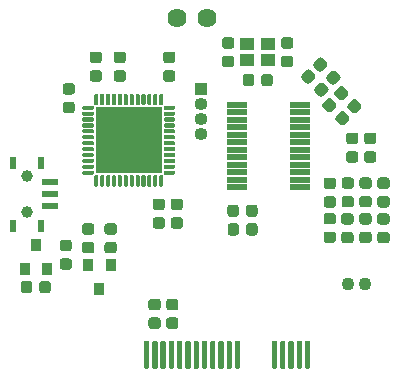
<source format=gbr>
%TF.GenerationSoftware,KiCad,Pcbnew,(5.1.6)-1*%
%TF.CreationDate,2020-12-07T17:57:15+08:00*%
%TF.ProjectId,A1.0,41312e30-2e6b-4696-9361-645f70636258,rev?*%
%TF.SameCoordinates,Original*%
%TF.FileFunction,Soldermask,Top*%
%TF.FilePolarity,Negative*%
%FSLAX46Y46*%
G04 Gerber Fmt 4.6, Leading zero omitted, Abs format (unit mm)*
G04 Created by KiCad (PCBNEW (5.1.6)-1) date 2020-12-07 17:57:15*
%MOMM*%
%LPD*%
G01*
G04 APERTURE LIST*
%ADD10R,1.250000X1.100000*%
%ADD11R,1.700000X0.510000*%
%ADD12C,1.000000*%
%ADD13R,0.600000X1.100000*%
%ADD14R,1.400000X0.600000*%
%ADD15C,1.100000*%
%ADD16R,0.900000X1.000000*%
%ADD17R,5.700000X5.700000*%
%ADD18O,1.100000X1.100000*%
%ADD19R,1.100000X1.100000*%
%ADD20C,1.624000*%
G04 APERTURE END LIST*
%TO.C,C23*%
G36*
G01*
X40372741Y-18892994D02*
X39974993Y-19290741D01*
G75*
G02*
X39630279Y-19290741I-172357J172357D01*
G01*
X39285565Y-18946027D01*
G75*
G02*
X39285565Y-18601313I172357J172357D01*
G01*
X39683313Y-18203565D01*
G75*
G02*
X40028027Y-18203565I172357J-172357D01*
G01*
X40372741Y-18548279D01*
G75*
G02*
X40372741Y-18892993I-172357J-172357D01*
G01*
G37*
G36*
G01*
X41486435Y-20006688D02*
X41088687Y-20404435D01*
G75*
G02*
X40743973Y-20404435I-172357J172357D01*
G01*
X40399259Y-20059721D01*
G75*
G02*
X40399259Y-19715007I172357J172357D01*
G01*
X40797007Y-19317259D01*
G75*
G02*
X41141721Y-19317259I172357J-172357D01*
G01*
X41486435Y-19661973D01*
G75*
G02*
X41486435Y-20006687I-172357J-172357D01*
G01*
G37*
%TD*%
%TO.C,J4*%
G36*
G01*
X38855500Y-43378500D02*
X38855500Y-41203500D01*
G75*
G02*
X38968000Y-41091000I112500J0D01*
G01*
X39193000Y-41091000D01*
G75*
G02*
X39305500Y-41203500I0J-112500D01*
G01*
X39305500Y-43378500D01*
G75*
G02*
X39193000Y-43491000I-112500J0D01*
G01*
X38968000Y-43491000D01*
G75*
G02*
X38855500Y-43378500I0J112500D01*
G01*
G37*
G36*
G01*
X38155500Y-43378500D02*
X38155500Y-41203500D01*
G75*
G02*
X38268000Y-41091000I112500J0D01*
G01*
X38493000Y-41091000D01*
G75*
G02*
X38605500Y-41203500I0J-112500D01*
G01*
X38605500Y-43378500D01*
G75*
G02*
X38493000Y-43491000I-112500J0D01*
G01*
X38268000Y-43491000D01*
G75*
G02*
X38155500Y-43378500I0J112500D01*
G01*
G37*
G36*
G01*
X37455500Y-43378500D02*
X37455500Y-41203500D01*
G75*
G02*
X37568000Y-41091000I112500J0D01*
G01*
X37793000Y-41091000D01*
G75*
G02*
X37905500Y-41203500I0J-112500D01*
G01*
X37905500Y-43378500D01*
G75*
G02*
X37793000Y-43491000I-112500J0D01*
G01*
X37568000Y-43491000D01*
G75*
G02*
X37455500Y-43378500I0J112500D01*
G01*
G37*
G36*
G01*
X39555500Y-43378500D02*
X39555500Y-41203500D01*
G75*
G02*
X39668000Y-41091000I112500J0D01*
G01*
X39893000Y-41091000D01*
G75*
G02*
X40005500Y-41203500I0J-112500D01*
G01*
X40005500Y-43378500D01*
G75*
G02*
X39893000Y-43491000I-112500J0D01*
G01*
X39668000Y-43491000D01*
G75*
G02*
X39555500Y-43378500I0J112500D01*
G01*
G37*
G36*
G01*
X36755500Y-43378500D02*
X36755500Y-41203500D01*
G75*
G02*
X36868000Y-41091000I112500J0D01*
G01*
X37093000Y-41091000D01*
G75*
G02*
X37205500Y-41203500I0J-112500D01*
G01*
X37205500Y-43378500D01*
G75*
G02*
X37093000Y-43491000I-112500J0D01*
G01*
X36868000Y-43491000D01*
G75*
G02*
X36755500Y-43378500I0J112500D01*
G01*
G37*
%TD*%
%TO.C,J1*%
G36*
G01*
X33625000Y-43387500D02*
X33625000Y-41212500D01*
G75*
G02*
X33737500Y-41100000I112500J0D01*
G01*
X33962500Y-41100000D01*
G75*
G02*
X34075000Y-41212500I0J-112500D01*
G01*
X34075000Y-43387500D01*
G75*
G02*
X33962500Y-43500000I-112500J0D01*
G01*
X33737500Y-43500000D01*
G75*
G02*
X33625000Y-43387500I0J112500D01*
G01*
G37*
G36*
G01*
X32925000Y-43387500D02*
X32925000Y-41212500D01*
G75*
G02*
X33037500Y-41100000I112500J0D01*
G01*
X33262500Y-41100000D01*
G75*
G02*
X33375000Y-41212500I0J-112500D01*
G01*
X33375000Y-43387500D01*
G75*
G02*
X33262500Y-43500000I-112500J0D01*
G01*
X33037500Y-43500000D01*
G75*
G02*
X32925000Y-43387500I0J112500D01*
G01*
G37*
G36*
G01*
X32225000Y-43387500D02*
X32225000Y-41212500D01*
G75*
G02*
X32337500Y-41100000I112500J0D01*
G01*
X32562500Y-41100000D01*
G75*
G02*
X32675000Y-41212500I0J-112500D01*
G01*
X32675000Y-43387500D01*
G75*
G02*
X32562500Y-43500000I-112500J0D01*
G01*
X32337500Y-43500000D01*
G75*
G02*
X32225000Y-43387500I0J112500D01*
G01*
G37*
G36*
G01*
X31525000Y-43387500D02*
X31525000Y-41212500D01*
G75*
G02*
X31637500Y-41100000I112500J0D01*
G01*
X31862500Y-41100000D01*
G75*
G02*
X31975000Y-41212500I0J-112500D01*
G01*
X31975000Y-43387500D01*
G75*
G02*
X31862500Y-43500000I-112500J0D01*
G01*
X31637500Y-43500000D01*
G75*
G02*
X31525000Y-43387500I0J112500D01*
G01*
G37*
G36*
G01*
X30825000Y-43387500D02*
X30825000Y-41212500D01*
G75*
G02*
X30937500Y-41100000I112500J0D01*
G01*
X31162500Y-41100000D01*
G75*
G02*
X31275000Y-41212500I0J-112500D01*
G01*
X31275000Y-43387500D01*
G75*
G02*
X31162500Y-43500000I-112500J0D01*
G01*
X30937500Y-43500000D01*
G75*
G02*
X30825000Y-43387500I0J112500D01*
G01*
G37*
G36*
G01*
X25925000Y-43387500D02*
X25925000Y-41212500D01*
G75*
G02*
X26037500Y-41100000I112500J0D01*
G01*
X26262500Y-41100000D01*
G75*
G02*
X26375000Y-41212500I0J-112500D01*
G01*
X26375000Y-43387500D01*
G75*
G02*
X26262500Y-43500000I-112500J0D01*
G01*
X26037500Y-43500000D01*
G75*
G02*
X25925000Y-43387500I0J112500D01*
G01*
G37*
G36*
G01*
X26625000Y-43387500D02*
X26625000Y-41212500D01*
G75*
G02*
X26737500Y-41100000I112500J0D01*
G01*
X26962500Y-41100000D01*
G75*
G02*
X27075000Y-41212500I0J-112500D01*
G01*
X27075000Y-43387500D01*
G75*
G02*
X26962500Y-43500000I-112500J0D01*
G01*
X26737500Y-43500000D01*
G75*
G02*
X26625000Y-43387500I0J112500D01*
G01*
G37*
G36*
G01*
X27325000Y-43387500D02*
X27325000Y-41212500D01*
G75*
G02*
X27437500Y-41100000I112500J0D01*
G01*
X27662500Y-41100000D01*
G75*
G02*
X27775000Y-41212500I0J-112500D01*
G01*
X27775000Y-43387500D01*
G75*
G02*
X27662500Y-43500000I-112500J0D01*
G01*
X27437500Y-43500000D01*
G75*
G02*
X27325000Y-43387500I0J112500D01*
G01*
G37*
G36*
G01*
X28025000Y-43387500D02*
X28025000Y-41212500D01*
G75*
G02*
X28137500Y-41100000I112500J0D01*
G01*
X28362500Y-41100000D01*
G75*
G02*
X28475000Y-41212500I0J-112500D01*
G01*
X28475000Y-43387500D01*
G75*
G02*
X28362500Y-43500000I-112500J0D01*
G01*
X28137500Y-43500000D01*
G75*
G02*
X28025000Y-43387500I0J112500D01*
G01*
G37*
G36*
G01*
X28725000Y-43387500D02*
X28725000Y-41212500D01*
G75*
G02*
X28837500Y-41100000I112500J0D01*
G01*
X29062500Y-41100000D01*
G75*
G02*
X29175000Y-41212500I0J-112500D01*
G01*
X29175000Y-43387500D01*
G75*
G02*
X29062500Y-43500000I-112500J0D01*
G01*
X28837500Y-43500000D01*
G75*
G02*
X28725000Y-43387500I0J112500D01*
G01*
G37*
G36*
G01*
X30125000Y-43387500D02*
X30125000Y-41212500D01*
G75*
G02*
X30237500Y-41100000I112500J0D01*
G01*
X30462500Y-41100000D01*
G75*
G02*
X30575000Y-41212500I0J-112500D01*
G01*
X30575000Y-43387500D01*
G75*
G02*
X30462500Y-43500000I-112500J0D01*
G01*
X30237500Y-43500000D01*
G75*
G02*
X30125000Y-43387500I0J112500D01*
G01*
G37*
G36*
G01*
X29425000Y-43387500D02*
X29425000Y-41212500D01*
G75*
G02*
X29537500Y-41100000I112500J0D01*
G01*
X29762500Y-41100000D01*
G75*
G02*
X29875000Y-41212500I0J-112500D01*
G01*
X29875000Y-43387500D01*
G75*
G02*
X29762500Y-43500000I-112500J0D01*
G01*
X29537500Y-43500000D01*
G75*
G02*
X29425000Y-43387500I0J112500D01*
G01*
G37*
%TD*%
D10*
%TO.C,Y1*%
X34679000Y-15980000D03*
X36429000Y-15980000D03*
X36429000Y-17380000D03*
X34679000Y-17380000D03*
%TD*%
D11*
%TO.C,U3*%
X39103300Y-21145500D03*
X39103300Y-21780500D03*
X39103300Y-22415500D03*
X39103300Y-23050500D03*
X39103300Y-26225500D03*
X39103300Y-26860500D03*
X39103300Y-27495500D03*
X39103300Y-28130500D03*
X33794700Y-28130500D03*
X33794700Y-27495500D03*
X33794700Y-26860500D03*
X33794700Y-26225500D03*
X33794700Y-23050500D03*
X33794700Y-22415500D03*
X33794700Y-21780500D03*
X33794700Y-21145500D03*
X33794700Y-23685500D03*
X33794700Y-24320500D03*
X39103300Y-24320500D03*
X39103300Y-23685500D03*
X33794700Y-24955500D03*
X33794700Y-25590500D03*
X39103300Y-24955500D03*
X39103300Y-25590500D03*
%TD*%
D12*
%TO.C,SW1*%
X16033500Y-30202000D03*
X16033500Y-27202000D03*
D13*
X14859000Y-31369000D03*
X14858500Y-26035000D03*
X17208500Y-31369000D03*
X17208500Y-26035000D03*
D14*
X17970500Y-27702000D03*
X17970500Y-29702000D03*
X17970500Y-28702000D03*
%TD*%
%TO.C,R8*%
G36*
G01*
X43427250Y-31284000D02*
X42864750Y-31284000D01*
G75*
G02*
X42621000Y-31040250I0J243750D01*
G01*
X42621000Y-30552750D01*
G75*
G02*
X42864750Y-30309000I243750J0D01*
G01*
X43427250Y-30309000D01*
G75*
G02*
X43671000Y-30552750I0J-243750D01*
G01*
X43671000Y-31040250D01*
G75*
G02*
X43427250Y-31284000I-243750J0D01*
G01*
G37*
G36*
G01*
X43427250Y-32859000D02*
X42864750Y-32859000D01*
G75*
G02*
X42621000Y-32615250I0J243750D01*
G01*
X42621000Y-32127750D01*
G75*
G02*
X42864750Y-31884000I243750J0D01*
G01*
X43427250Y-31884000D01*
G75*
G02*
X43671000Y-32127750I0J-243750D01*
G01*
X43671000Y-32615250D01*
G75*
G02*
X43427250Y-32859000I-243750J0D01*
G01*
G37*
%TD*%
%TO.C,R7*%
G36*
G01*
X44967250Y-28244000D02*
X44404750Y-28244000D01*
G75*
G02*
X44161000Y-28000250I0J243750D01*
G01*
X44161000Y-27512750D01*
G75*
G02*
X44404750Y-27269000I243750J0D01*
G01*
X44967250Y-27269000D01*
G75*
G02*
X45211000Y-27512750I0J-243750D01*
G01*
X45211000Y-28000250D01*
G75*
G02*
X44967250Y-28244000I-243750J0D01*
G01*
G37*
G36*
G01*
X44967250Y-29819000D02*
X44404750Y-29819000D01*
G75*
G02*
X44161000Y-29575250I0J243750D01*
G01*
X44161000Y-29087750D01*
G75*
G02*
X44404750Y-28844000I243750J0D01*
G01*
X44967250Y-28844000D01*
G75*
G02*
X45211000Y-29087750I0J-243750D01*
G01*
X45211000Y-29575250D01*
G75*
G02*
X44967250Y-29819000I-243750J0D01*
G01*
G37*
%TD*%
%TO.C,R6*%
G36*
G01*
X45914750Y-31884000D02*
X46477250Y-31884000D01*
G75*
G02*
X46721000Y-32127750I0J-243750D01*
G01*
X46721000Y-32615250D01*
G75*
G02*
X46477250Y-32859000I-243750J0D01*
G01*
X45914750Y-32859000D01*
G75*
G02*
X45671000Y-32615250I0J243750D01*
G01*
X45671000Y-32127750D01*
G75*
G02*
X45914750Y-31884000I243750J0D01*
G01*
G37*
G36*
G01*
X45914750Y-30309000D02*
X46477250Y-30309000D01*
G75*
G02*
X46721000Y-30552750I0J-243750D01*
G01*
X46721000Y-31040250D01*
G75*
G02*
X46477250Y-31284000I-243750J0D01*
G01*
X45914750Y-31284000D01*
G75*
G02*
X45671000Y-31040250I0J243750D01*
G01*
X45671000Y-30552750D01*
G75*
G02*
X45914750Y-30309000I243750J0D01*
G01*
G37*
%TD*%
%TO.C,R5*%
G36*
G01*
X35860000Y-19331250D02*
X35860000Y-18768750D01*
G75*
G02*
X36103750Y-18525000I243750J0D01*
G01*
X36591250Y-18525000D01*
G75*
G02*
X36835000Y-18768750I0J-243750D01*
G01*
X36835000Y-19331250D01*
G75*
G02*
X36591250Y-19575000I-243750J0D01*
G01*
X36103750Y-19575000D01*
G75*
G02*
X35860000Y-19331250I0J243750D01*
G01*
G37*
G36*
G01*
X34285000Y-19331250D02*
X34285000Y-18768750D01*
G75*
G02*
X34528750Y-18525000I243750J0D01*
G01*
X35016250Y-18525000D01*
G75*
G02*
X35260000Y-18768750I0J-243750D01*
G01*
X35260000Y-19331250D01*
G75*
G02*
X35016250Y-19575000I-243750J0D01*
G01*
X34528750Y-19575000D01*
G75*
G02*
X34285000Y-19331250I0J243750D01*
G01*
G37*
%TD*%
D15*
%TO.C,MK1*%
X44642000Y-36264000D03*
X43242000Y-36264000D03*
%TD*%
%TO.C,C22*%
G36*
G01*
X41388741Y-17876994D02*
X40990993Y-18274741D01*
G75*
G02*
X40646279Y-18274741I-172357J172357D01*
G01*
X40301565Y-17930027D01*
G75*
G02*
X40301565Y-17585313I172357J172357D01*
G01*
X40699313Y-17187565D01*
G75*
G02*
X41044027Y-17187565I172357J-172357D01*
G01*
X41388741Y-17532279D01*
G75*
G02*
X41388741Y-17876993I-172357J-172357D01*
G01*
G37*
G36*
G01*
X42502435Y-18990688D02*
X42104687Y-19388435D01*
G75*
G02*
X41759973Y-19388435I-172357J172357D01*
G01*
X41415259Y-19043721D01*
G75*
G02*
X41415259Y-18699007I172357J172357D01*
G01*
X41813007Y-18301259D01*
G75*
G02*
X42157721Y-18301259I172357J-172357D01*
G01*
X42502435Y-18645973D01*
G75*
G02*
X42502435Y-18990687I-172357J-172357D01*
G01*
G37*
%TD*%
%TO.C,C21*%
G36*
G01*
X42150741Y-21305994D02*
X41752993Y-21703741D01*
G75*
G02*
X41408279Y-21703741I-172357J172357D01*
G01*
X41063565Y-21359027D01*
G75*
G02*
X41063565Y-21014313I172357J172357D01*
G01*
X41461313Y-20616565D01*
G75*
G02*
X41806027Y-20616565I172357J-172357D01*
G01*
X42150741Y-20961279D01*
G75*
G02*
X42150741Y-21305993I-172357J-172357D01*
G01*
G37*
G36*
G01*
X43264435Y-22419688D02*
X42866687Y-22817435D01*
G75*
G02*
X42521973Y-22817435I-172357J172357D01*
G01*
X42177259Y-22472721D01*
G75*
G02*
X42177259Y-22128007I172357J172357D01*
G01*
X42575007Y-21730259D01*
G75*
G02*
X42919721Y-21730259I172357J-172357D01*
G01*
X43264435Y-22074973D01*
G75*
G02*
X43264435Y-22419687I-172357J-172357D01*
G01*
G37*
%TD*%
%TO.C,C20*%
G36*
G01*
X41374750Y-31864000D02*
X41937250Y-31864000D01*
G75*
G02*
X42181000Y-32107750I0J-243750D01*
G01*
X42181000Y-32595250D01*
G75*
G02*
X41937250Y-32839000I-243750J0D01*
G01*
X41374750Y-32839000D01*
G75*
G02*
X41131000Y-32595250I0J243750D01*
G01*
X41131000Y-32107750D01*
G75*
G02*
X41374750Y-31864000I243750J0D01*
G01*
G37*
G36*
G01*
X41374750Y-30289000D02*
X41937250Y-30289000D01*
G75*
G02*
X42181000Y-30532750I0J-243750D01*
G01*
X42181000Y-31020250D01*
G75*
G02*
X41937250Y-31264000I-243750J0D01*
G01*
X41374750Y-31264000D01*
G75*
G02*
X41131000Y-31020250I0J243750D01*
G01*
X41131000Y-30532750D01*
G75*
G02*
X41374750Y-30289000I243750J0D01*
G01*
G37*
%TD*%
%TO.C,C19*%
G36*
G01*
X43166741Y-20289994D02*
X42768993Y-20687741D01*
G75*
G02*
X42424279Y-20687741I-172357J172357D01*
G01*
X42079565Y-20343027D01*
G75*
G02*
X42079565Y-19998313I172357J172357D01*
G01*
X42477313Y-19600565D01*
G75*
G02*
X42822027Y-19600565I172357J-172357D01*
G01*
X43166741Y-19945279D01*
G75*
G02*
X43166741Y-20289993I-172357J-172357D01*
G01*
G37*
G36*
G01*
X44280435Y-21403688D02*
X43882687Y-21801435D01*
G75*
G02*
X43537973Y-21801435I-172357J172357D01*
G01*
X43193259Y-21456721D01*
G75*
G02*
X43193259Y-21112007I172357J172357D01*
G01*
X43591007Y-20714259D01*
G75*
G02*
X43935721Y-20714259I172357J-172357D01*
G01*
X44280435Y-21058973D01*
G75*
G02*
X44280435Y-21403687I-172357J-172357D01*
G01*
G37*
%TD*%
%TO.C,C18*%
G36*
G01*
X44394750Y-31874000D02*
X44957250Y-31874000D01*
G75*
G02*
X45201000Y-32117750I0J-243750D01*
G01*
X45201000Y-32605250D01*
G75*
G02*
X44957250Y-32849000I-243750J0D01*
G01*
X44394750Y-32849000D01*
G75*
G02*
X44151000Y-32605250I0J243750D01*
G01*
X44151000Y-32117750D01*
G75*
G02*
X44394750Y-31874000I243750J0D01*
G01*
G37*
G36*
G01*
X44394750Y-30299000D02*
X44957250Y-30299000D01*
G75*
G02*
X45201000Y-30542750I0J-243750D01*
G01*
X45201000Y-31030250D01*
G75*
G02*
X44957250Y-31274000I-243750J0D01*
G01*
X44394750Y-31274000D01*
G75*
G02*
X44151000Y-31030250I0J243750D01*
G01*
X44151000Y-30542750D01*
G75*
G02*
X44394750Y-30299000I243750J0D01*
G01*
G37*
%TD*%
%TO.C,C17*%
G36*
G01*
X45366250Y-24465000D02*
X44803750Y-24465000D01*
G75*
G02*
X44560000Y-24221250I0J243750D01*
G01*
X44560000Y-23733750D01*
G75*
G02*
X44803750Y-23490000I243750J0D01*
G01*
X45366250Y-23490000D01*
G75*
G02*
X45610000Y-23733750I0J-243750D01*
G01*
X45610000Y-24221250D01*
G75*
G02*
X45366250Y-24465000I-243750J0D01*
G01*
G37*
G36*
G01*
X45366250Y-26040000D02*
X44803750Y-26040000D01*
G75*
G02*
X44560000Y-25796250I0J243750D01*
G01*
X44560000Y-25308750D01*
G75*
G02*
X44803750Y-25065000I243750J0D01*
G01*
X45366250Y-25065000D01*
G75*
G02*
X45610000Y-25308750I0J-243750D01*
G01*
X45610000Y-25796250D01*
G75*
G02*
X45366250Y-26040000I-243750J0D01*
G01*
G37*
%TD*%
%TO.C,C16*%
G36*
G01*
X32772750Y-16980000D02*
X33335250Y-16980000D01*
G75*
G02*
X33579000Y-17223750I0J-243750D01*
G01*
X33579000Y-17711250D01*
G75*
G02*
X33335250Y-17955000I-243750J0D01*
G01*
X32772750Y-17955000D01*
G75*
G02*
X32529000Y-17711250I0J243750D01*
G01*
X32529000Y-17223750D01*
G75*
G02*
X32772750Y-16980000I243750J0D01*
G01*
G37*
G36*
G01*
X32772750Y-15405000D02*
X33335250Y-15405000D01*
G75*
G02*
X33579000Y-15648750I0J-243750D01*
G01*
X33579000Y-16136250D01*
G75*
G02*
X33335250Y-16380000I-243750J0D01*
G01*
X32772750Y-16380000D01*
G75*
G02*
X32529000Y-16136250I0J243750D01*
G01*
X32529000Y-15648750D01*
G75*
G02*
X32772750Y-15405000I243750J0D01*
G01*
G37*
%TD*%
%TO.C,C15*%
G36*
G01*
X38335250Y-16380000D02*
X37772750Y-16380000D01*
G75*
G02*
X37529000Y-16136250I0J243750D01*
G01*
X37529000Y-15648750D01*
G75*
G02*
X37772750Y-15405000I243750J0D01*
G01*
X38335250Y-15405000D01*
G75*
G02*
X38579000Y-15648750I0J-243750D01*
G01*
X38579000Y-16136250D01*
G75*
G02*
X38335250Y-16380000I-243750J0D01*
G01*
G37*
G36*
G01*
X38335250Y-17955000D02*
X37772750Y-17955000D01*
G75*
G02*
X37529000Y-17711250I0J243750D01*
G01*
X37529000Y-17223750D01*
G75*
G02*
X37772750Y-16980000I243750J0D01*
G01*
X38335250Y-16980000D01*
G75*
G02*
X38579000Y-17223750I0J-243750D01*
G01*
X38579000Y-17711250D01*
G75*
G02*
X38335250Y-17955000I-243750J0D01*
G01*
G37*
%TD*%
%TO.C,C14*%
G36*
G01*
X43842250Y-24465000D02*
X43279750Y-24465000D01*
G75*
G02*
X43036000Y-24221250I0J243750D01*
G01*
X43036000Y-23733750D01*
G75*
G02*
X43279750Y-23490000I243750J0D01*
G01*
X43842250Y-23490000D01*
G75*
G02*
X44086000Y-23733750I0J-243750D01*
G01*
X44086000Y-24221250D01*
G75*
G02*
X43842250Y-24465000I-243750J0D01*
G01*
G37*
G36*
G01*
X43842250Y-26040000D02*
X43279750Y-26040000D01*
G75*
G02*
X43036000Y-25796250I0J243750D01*
G01*
X43036000Y-25308750D01*
G75*
G02*
X43279750Y-25065000I243750J0D01*
G01*
X43842250Y-25065000D01*
G75*
G02*
X44086000Y-25308750I0J-243750D01*
G01*
X44086000Y-25796250D01*
G75*
G02*
X43842250Y-26040000I-243750J0D01*
G01*
G37*
%TD*%
%TO.C,C13*%
G36*
G01*
X42898750Y-28849500D02*
X43461250Y-28849500D01*
G75*
G02*
X43705000Y-29093250I0J-243750D01*
G01*
X43705000Y-29580750D01*
G75*
G02*
X43461250Y-29824500I-243750J0D01*
G01*
X42898750Y-29824500D01*
G75*
G02*
X42655000Y-29580750I0J243750D01*
G01*
X42655000Y-29093250D01*
G75*
G02*
X42898750Y-28849500I243750J0D01*
G01*
G37*
G36*
G01*
X42898750Y-27274500D02*
X43461250Y-27274500D01*
G75*
G02*
X43705000Y-27518250I0J-243750D01*
G01*
X43705000Y-28005750D01*
G75*
G02*
X43461250Y-28249500I-243750J0D01*
G01*
X42898750Y-28249500D01*
G75*
G02*
X42655000Y-28005750I0J243750D01*
G01*
X42655000Y-27518250D01*
G75*
G02*
X42898750Y-27274500I243750J0D01*
G01*
G37*
%TD*%
%TO.C,C12*%
G36*
G01*
X41374750Y-28875000D02*
X41937250Y-28875000D01*
G75*
G02*
X42181000Y-29118750I0J-243750D01*
G01*
X42181000Y-29606250D01*
G75*
G02*
X41937250Y-29850000I-243750J0D01*
G01*
X41374750Y-29850000D01*
G75*
G02*
X41131000Y-29606250I0J243750D01*
G01*
X41131000Y-29118750D01*
G75*
G02*
X41374750Y-28875000I243750J0D01*
G01*
G37*
G36*
G01*
X41374750Y-27300000D02*
X41937250Y-27300000D01*
G75*
G02*
X42181000Y-27543750I0J-243750D01*
G01*
X42181000Y-28031250D01*
G75*
G02*
X41937250Y-28275000I-243750J0D01*
G01*
X41374750Y-28275000D01*
G75*
G02*
X41131000Y-28031250I0J243750D01*
G01*
X41131000Y-27543750D01*
G75*
G02*
X41374750Y-27300000I243750J0D01*
G01*
G37*
%TD*%
%TO.C,C11*%
G36*
G01*
X46487250Y-28254000D02*
X45924750Y-28254000D01*
G75*
G02*
X45681000Y-28010250I0J243750D01*
G01*
X45681000Y-27522750D01*
G75*
G02*
X45924750Y-27279000I243750J0D01*
G01*
X46487250Y-27279000D01*
G75*
G02*
X46731000Y-27522750I0J-243750D01*
G01*
X46731000Y-28010250D01*
G75*
G02*
X46487250Y-28254000I-243750J0D01*
G01*
G37*
G36*
G01*
X46487250Y-29829000D02*
X45924750Y-29829000D01*
G75*
G02*
X45681000Y-29585250I0J243750D01*
G01*
X45681000Y-29097750D01*
G75*
G02*
X45924750Y-28854000I243750J0D01*
G01*
X46487250Y-28854000D01*
G75*
G02*
X46731000Y-29097750I0J-243750D01*
G01*
X46731000Y-29585250D01*
G75*
G02*
X46487250Y-29829000I-243750J0D01*
G01*
G37*
%TD*%
%TO.C,C10*%
G36*
G01*
X34573000Y-31960250D02*
X34573000Y-31397750D01*
G75*
G02*
X34816750Y-31154000I243750J0D01*
G01*
X35304250Y-31154000D01*
G75*
G02*
X35548000Y-31397750I0J-243750D01*
G01*
X35548000Y-31960250D01*
G75*
G02*
X35304250Y-32204000I-243750J0D01*
G01*
X34816750Y-32204000D01*
G75*
G02*
X34573000Y-31960250I0J243750D01*
G01*
G37*
G36*
G01*
X32998000Y-31960250D02*
X32998000Y-31397750D01*
G75*
G02*
X33241750Y-31154000I243750J0D01*
G01*
X33729250Y-31154000D01*
G75*
G02*
X33973000Y-31397750I0J-243750D01*
G01*
X33973000Y-31960250D01*
G75*
G02*
X33729250Y-32204000I-243750J0D01*
G01*
X33241750Y-32204000D01*
G75*
G02*
X32998000Y-31960250I0J243750D01*
G01*
G37*
%TD*%
%TO.C,C9*%
G36*
G01*
X34563000Y-30390250D02*
X34563000Y-29827750D01*
G75*
G02*
X34806750Y-29584000I243750J0D01*
G01*
X35294250Y-29584000D01*
G75*
G02*
X35538000Y-29827750I0J-243750D01*
G01*
X35538000Y-30390250D01*
G75*
G02*
X35294250Y-30634000I-243750J0D01*
G01*
X34806750Y-30634000D01*
G75*
G02*
X34563000Y-30390250I0J243750D01*
G01*
G37*
G36*
G01*
X32988000Y-30390250D02*
X32988000Y-29827750D01*
G75*
G02*
X33231750Y-29584000I243750J0D01*
G01*
X33719250Y-29584000D01*
G75*
G02*
X33963000Y-29827750I0J-243750D01*
G01*
X33963000Y-30390250D01*
G75*
G02*
X33719250Y-30634000I-243750J0D01*
G01*
X33231750Y-30634000D01*
G75*
G02*
X32988000Y-30390250I0J243750D01*
G01*
G37*
%TD*%
D16*
%TO.C,U2*%
X16764000Y-33036000D03*
X17714000Y-35036000D03*
X15814000Y-35036000D03*
%TD*%
D17*
%TO.C,U1*%
X24638000Y-24130000D03*
G36*
G01*
X21713000Y-21092500D02*
X21713000Y-20292500D01*
G75*
G02*
X21800500Y-20205000I87500J0D01*
G01*
X21975500Y-20205000D01*
G75*
G02*
X22063000Y-20292500I0J-87500D01*
G01*
X22063000Y-21092500D01*
G75*
G02*
X21975500Y-21180000I-87500J0D01*
G01*
X21800500Y-21180000D01*
G75*
G02*
X21713000Y-21092500I0J87500D01*
G01*
G37*
G36*
G01*
X22213000Y-21092500D02*
X22213000Y-20292500D01*
G75*
G02*
X22300500Y-20205000I87500J0D01*
G01*
X22475500Y-20205000D01*
G75*
G02*
X22563000Y-20292500I0J-87500D01*
G01*
X22563000Y-21092500D01*
G75*
G02*
X22475500Y-21180000I-87500J0D01*
G01*
X22300500Y-21180000D01*
G75*
G02*
X22213000Y-21092500I0J87500D01*
G01*
G37*
G36*
G01*
X22713000Y-21092500D02*
X22713000Y-20292500D01*
G75*
G02*
X22800500Y-20205000I87500J0D01*
G01*
X22975500Y-20205000D01*
G75*
G02*
X23063000Y-20292500I0J-87500D01*
G01*
X23063000Y-21092500D01*
G75*
G02*
X22975500Y-21180000I-87500J0D01*
G01*
X22800500Y-21180000D01*
G75*
G02*
X22713000Y-21092500I0J87500D01*
G01*
G37*
G36*
G01*
X23213000Y-21092500D02*
X23213000Y-20292500D01*
G75*
G02*
X23300500Y-20205000I87500J0D01*
G01*
X23475500Y-20205000D01*
G75*
G02*
X23563000Y-20292500I0J-87500D01*
G01*
X23563000Y-21092500D01*
G75*
G02*
X23475500Y-21180000I-87500J0D01*
G01*
X23300500Y-21180000D01*
G75*
G02*
X23213000Y-21092500I0J87500D01*
G01*
G37*
G36*
G01*
X23713000Y-21092500D02*
X23713000Y-20292500D01*
G75*
G02*
X23800500Y-20205000I87500J0D01*
G01*
X23975500Y-20205000D01*
G75*
G02*
X24063000Y-20292500I0J-87500D01*
G01*
X24063000Y-21092500D01*
G75*
G02*
X23975500Y-21180000I-87500J0D01*
G01*
X23800500Y-21180000D01*
G75*
G02*
X23713000Y-21092500I0J87500D01*
G01*
G37*
G36*
G01*
X24213000Y-21092500D02*
X24213000Y-20292500D01*
G75*
G02*
X24300500Y-20205000I87500J0D01*
G01*
X24475500Y-20205000D01*
G75*
G02*
X24563000Y-20292500I0J-87500D01*
G01*
X24563000Y-21092500D01*
G75*
G02*
X24475500Y-21180000I-87500J0D01*
G01*
X24300500Y-21180000D01*
G75*
G02*
X24213000Y-21092500I0J87500D01*
G01*
G37*
G36*
G01*
X24713000Y-21092500D02*
X24713000Y-20292500D01*
G75*
G02*
X24800500Y-20205000I87500J0D01*
G01*
X24975500Y-20205000D01*
G75*
G02*
X25063000Y-20292500I0J-87500D01*
G01*
X25063000Y-21092500D01*
G75*
G02*
X24975500Y-21180000I-87500J0D01*
G01*
X24800500Y-21180000D01*
G75*
G02*
X24713000Y-21092500I0J87500D01*
G01*
G37*
G36*
G01*
X25213000Y-21092500D02*
X25213000Y-20292500D01*
G75*
G02*
X25300500Y-20205000I87500J0D01*
G01*
X25475500Y-20205000D01*
G75*
G02*
X25563000Y-20292500I0J-87500D01*
G01*
X25563000Y-21092500D01*
G75*
G02*
X25475500Y-21180000I-87500J0D01*
G01*
X25300500Y-21180000D01*
G75*
G02*
X25213000Y-21092500I0J87500D01*
G01*
G37*
G36*
G01*
X25713000Y-21092500D02*
X25713000Y-20292500D01*
G75*
G02*
X25800500Y-20205000I87500J0D01*
G01*
X25975500Y-20205000D01*
G75*
G02*
X26063000Y-20292500I0J-87500D01*
G01*
X26063000Y-21092500D01*
G75*
G02*
X25975500Y-21180000I-87500J0D01*
G01*
X25800500Y-21180000D01*
G75*
G02*
X25713000Y-21092500I0J87500D01*
G01*
G37*
G36*
G01*
X26213000Y-21092500D02*
X26213000Y-20292500D01*
G75*
G02*
X26300500Y-20205000I87500J0D01*
G01*
X26475500Y-20205000D01*
G75*
G02*
X26563000Y-20292500I0J-87500D01*
G01*
X26563000Y-21092500D01*
G75*
G02*
X26475500Y-21180000I-87500J0D01*
G01*
X26300500Y-21180000D01*
G75*
G02*
X26213000Y-21092500I0J87500D01*
G01*
G37*
G36*
G01*
X26713000Y-21092500D02*
X26713000Y-20292500D01*
G75*
G02*
X26800500Y-20205000I87500J0D01*
G01*
X26975500Y-20205000D01*
G75*
G02*
X27063000Y-20292500I0J-87500D01*
G01*
X27063000Y-21092500D01*
G75*
G02*
X26975500Y-21180000I-87500J0D01*
G01*
X26800500Y-21180000D01*
G75*
G02*
X26713000Y-21092500I0J87500D01*
G01*
G37*
G36*
G01*
X27213000Y-21092500D02*
X27213000Y-20292500D01*
G75*
G02*
X27300500Y-20205000I87500J0D01*
G01*
X27475500Y-20205000D01*
G75*
G02*
X27563000Y-20292500I0J-87500D01*
G01*
X27563000Y-21092500D01*
G75*
G02*
X27475500Y-21180000I-87500J0D01*
G01*
X27300500Y-21180000D01*
G75*
G02*
X27213000Y-21092500I0J87500D01*
G01*
G37*
G36*
G01*
X27588000Y-21467500D02*
X27588000Y-21292500D01*
G75*
G02*
X27675500Y-21205000I87500J0D01*
G01*
X28475500Y-21205000D01*
G75*
G02*
X28563000Y-21292500I0J-87500D01*
G01*
X28563000Y-21467500D01*
G75*
G02*
X28475500Y-21555000I-87500J0D01*
G01*
X27675500Y-21555000D01*
G75*
G02*
X27588000Y-21467500I0J87500D01*
G01*
G37*
G36*
G01*
X27588000Y-21967500D02*
X27588000Y-21792500D01*
G75*
G02*
X27675500Y-21705000I87500J0D01*
G01*
X28475500Y-21705000D01*
G75*
G02*
X28563000Y-21792500I0J-87500D01*
G01*
X28563000Y-21967500D01*
G75*
G02*
X28475500Y-22055000I-87500J0D01*
G01*
X27675500Y-22055000D01*
G75*
G02*
X27588000Y-21967500I0J87500D01*
G01*
G37*
G36*
G01*
X27588000Y-22467500D02*
X27588000Y-22292500D01*
G75*
G02*
X27675500Y-22205000I87500J0D01*
G01*
X28475500Y-22205000D01*
G75*
G02*
X28563000Y-22292500I0J-87500D01*
G01*
X28563000Y-22467500D01*
G75*
G02*
X28475500Y-22555000I-87500J0D01*
G01*
X27675500Y-22555000D01*
G75*
G02*
X27588000Y-22467500I0J87500D01*
G01*
G37*
G36*
G01*
X27588000Y-22967500D02*
X27588000Y-22792500D01*
G75*
G02*
X27675500Y-22705000I87500J0D01*
G01*
X28475500Y-22705000D01*
G75*
G02*
X28563000Y-22792500I0J-87500D01*
G01*
X28563000Y-22967500D01*
G75*
G02*
X28475500Y-23055000I-87500J0D01*
G01*
X27675500Y-23055000D01*
G75*
G02*
X27588000Y-22967500I0J87500D01*
G01*
G37*
G36*
G01*
X27588000Y-23467500D02*
X27588000Y-23292500D01*
G75*
G02*
X27675500Y-23205000I87500J0D01*
G01*
X28475500Y-23205000D01*
G75*
G02*
X28563000Y-23292500I0J-87500D01*
G01*
X28563000Y-23467500D01*
G75*
G02*
X28475500Y-23555000I-87500J0D01*
G01*
X27675500Y-23555000D01*
G75*
G02*
X27588000Y-23467500I0J87500D01*
G01*
G37*
G36*
G01*
X27588000Y-23967500D02*
X27588000Y-23792500D01*
G75*
G02*
X27675500Y-23705000I87500J0D01*
G01*
X28475500Y-23705000D01*
G75*
G02*
X28563000Y-23792500I0J-87500D01*
G01*
X28563000Y-23967500D01*
G75*
G02*
X28475500Y-24055000I-87500J0D01*
G01*
X27675500Y-24055000D01*
G75*
G02*
X27588000Y-23967500I0J87500D01*
G01*
G37*
G36*
G01*
X27588000Y-24467500D02*
X27588000Y-24292500D01*
G75*
G02*
X27675500Y-24205000I87500J0D01*
G01*
X28475500Y-24205000D01*
G75*
G02*
X28563000Y-24292500I0J-87500D01*
G01*
X28563000Y-24467500D01*
G75*
G02*
X28475500Y-24555000I-87500J0D01*
G01*
X27675500Y-24555000D01*
G75*
G02*
X27588000Y-24467500I0J87500D01*
G01*
G37*
G36*
G01*
X27588000Y-24967500D02*
X27588000Y-24792500D01*
G75*
G02*
X27675500Y-24705000I87500J0D01*
G01*
X28475500Y-24705000D01*
G75*
G02*
X28563000Y-24792500I0J-87500D01*
G01*
X28563000Y-24967500D01*
G75*
G02*
X28475500Y-25055000I-87500J0D01*
G01*
X27675500Y-25055000D01*
G75*
G02*
X27588000Y-24967500I0J87500D01*
G01*
G37*
G36*
G01*
X27588000Y-25467500D02*
X27588000Y-25292500D01*
G75*
G02*
X27675500Y-25205000I87500J0D01*
G01*
X28475500Y-25205000D01*
G75*
G02*
X28563000Y-25292500I0J-87500D01*
G01*
X28563000Y-25467500D01*
G75*
G02*
X28475500Y-25555000I-87500J0D01*
G01*
X27675500Y-25555000D01*
G75*
G02*
X27588000Y-25467500I0J87500D01*
G01*
G37*
G36*
G01*
X27588000Y-25967500D02*
X27588000Y-25792500D01*
G75*
G02*
X27675500Y-25705000I87500J0D01*
G01*
X28475500Y-25705000D01*
G75*
G02*
X28563000Y-25792500I0J-87500D01*
G01*
X28563000Y-25967500D01*
G75*
G02*
X28475500Y-26055000I-87500J0D01*
G01*
X27675500Y-26055000D01*
G75*
G02*
X27588000Y-25967500I0J87500D01*
G01*
G37*
G36*
G01*
X27588000Y-26467500D02*
X27588000Y-26292500D01*
G75*
G02*
X27675500Y-26205000I87500J0D01*
G01*
X28475500Y-26205000D01*
G75*
G02*
X28563000Y-26292500I0J-87500D01*
G01*
X28563000Y-26467500D01*
G75*
G02*
X28475500Y-26555000I-87500J0D01*
G01*
X27675500Y-26555000D01*
G75*
G02*
X27588000Y-26467500I0J87500D01*
G01*
G37*
G36*
G01*
X27588000Y-26967500D02*
X27588000Y-26792500D01*
G75*
G02*
X27675500Y-26705000I87500J0D01*
G01*
X28475500Y-26705000D01*
G75*
G02*
X28563000Y-26792500I0J-87500D01*
G01*
X28563000Y-26967500D01*
G75*
G02*
X28475500Y-27055000I-87500J0D01*
G01*
X27675500Y-27055000D01*
G75*
G02*
X27588000Y-26967500I0J87500D01*
G01*
G37*
G36*
G01*
X27213000Y-27967500D02*
X27213000Y-27167500D01*
G75*
G02*
X27300500Y-27080000I87500J0D01*
G01*
X27475500Y-27080000D01*
G75*
G02*
X27563000Y-27167500I0J-87500D01*
G01*
X27563000Y-27967500D01*
G75*
G02*
X27475500Y-28055000I-87500J0D01*
G01*
X27300500Y-28055000D01*
G75*
G02*
X27213000Y-27967500I0J87500D01*
G01*
G37*
G36*
G01*
X26713000Y-27967500D02*
X26713000Y-27167500D01*
G75*
G02*
X26800500Y-27080000I87500J0D01*
G01*
X26975500Y-27080000D01*
G75*
G02*
X27063000Y-27167500I0J-87500D01*
G01*
X27063000Y-27967500D01*
G75*
G02*
X26975500Y-28055000I-87500J0D01*
G01*
X26800500Y-28055000D01*
G75*
G02*
X26713000Y-27967500I0J87500D01*
G01*
G37*
G36*
G01*
X26213000Y-27967500D02*
X26213000Y-27167500D01*
G75*
G02*
X26300500Y-27080000I87500J0D01*
G01*
X26475500Y-27080000D01*
G75*
G02*
X26563000Y-27167500I0J-87500D01*
G01*
X26563000Y-27967500D01*
G75*
G02*
X26475500Y-28055000I-87500J0D01*
G01*
X26300500Y-28055000D01*
G75*
G02*
X26213000Y-27967500I0J87500D01*
G01*
G37*
G36*
G01*
X25713000Y-27967500D02*
X25713000Y-27167500D01*
G75*
G02*
X25800500Y-27080000I87500J0D01*
G01*
X25975500Y-27080000D01*
G75*
G02*
X26063000Y-27167500I0J-87500D01*
G01*
X26063000Y-27967500D01*
G75*
G02*
X25975500Y-28055000I-87500J0D01*
G01*
X25800500Y-28055000D01*
G75*
G02*
X25713000Y-27967500I0J87500D01*
G01*
G37*
G36*
G01*
X25213000Y-27967500D02*
X25213000Y-27167500D01*
G75*
G02*
X25300500Y-27080000I87500J0D01*
G01*
X25475500Y-27080000D01*
G75*
G02*
X25563000Y-27167500I0J-87500D01*
G01*
X25563000Y-27967500D01*
G75*
G02*
X25475500Y-28055000I-87500J0D01*
G01*
X25300500Y-28055000D01*
G75*
G02*
X25213000Y-27967500I0J87500D01*
G01*
G37*
G36*
G01*
X24713000Y-27967500D02*
X24713000Y-27167500D01*
G75*
G02*
X24800500Y-27080000I87500J0D01*
G01*
X24975500Y-27080000D01*
G75*
G02*
X25063000Y-27167500I0J-87500D01*
G01*
X25063000Y-27967500D01*
G75*
G02*
X24975500Y-28055000I-87500J0D01*
G01*
X24800500Y-28055000D01*
G75*
G02*
X24713000Y-27967500I0J87500D01*
G01*
G37*
G36*
G01*
X24213000Y-27967500D02*
X24213000Y-27167500D01*
G75*
G02*
X24300500Y-27080000I87500J0D01*
G01*
X24475500Y-27080000D01*
G75*
G02*
X24563000Y-27167500I0J-87500D01*
G01*
X24563000Y-27967500D01*
G75*
G02*
X24475500Y-28055000I-87500J0D01*
G01*
X24300500Y-28055000D01*
G75*
G02*
X24213000Y-27967500I0J87500D01*
G01*
G37*
G36*
G01*
X23713000Y-27967500D02*
X23713000Y-27167500D01*
G75*
G02*
X23800500Y-27080000I87500J0D01*
G01*
X23975500Y-27080000D01*
G75*
G02*
X24063000Y-27167500I0J-87500D01*
G01*
X24063000Y-27967500D01*
G75*
G02*
X23975500Y-28055000I-87500J0D01*
G01*
X23800500Y-28055000D01*
G75*
G02*
X23713000Y-27967500I0J87500D01*
G01*
G37*
G36*
G01*
X23213000Y-27967500D02*
X23213000Y-27167500D01*
G75*
G02*
X23300500Y-27080000I87500J0D01*
G01*
X23475500Y-27080000D01*
G75*
G02*
X23563000Y-27167500I0J-87500D01*
G01*
X23563000Y-27967500D01*
G75*
G02*
X23475500Y-28055000I-87500J0D01*
G01*
X23300500Y-28055000D01*
G75*
G02*
X23213000Y-27967500I0J87500D01*
G01*
G37*
G36*
G01*
X22713000Y-27967500D02*
X22713000Y-27167500D01*
G75*
G02*
X22800500Y-27080000I87500J0D01*
G01*
X22975500Y-27080000D01*
G75*
G02*
X23063000Y-27167500I0J-87500D01*
G01*
X23063000Y-27967500D01*
G75*
G02*
X22975500Y-28055000I-87500J0D01*
G01*
X22800500Y-28055000D01*
G75*
G02*
X22713000Y-27967500I0J87500D01*
G01*
G37*
G36*
G01*
X22213000Y-27967500D02*
X22213000Y-27167500D01*
G75*
G02*
X22300500Y-27080000I87500J0D01*
G01*
X22475500Y-27080000D01*
G75*
G02*
X22563000Y-27167500I0J-87500D01*
G01*
X22563000Y-27967500D01*
G75*
G02*
X22475500Y-28055000I-87500J0D01*
G01*
X22300500Y-28055000D01*
G75*
G02*
X22213000Y-27967500I0J87500D01*
G01*
G37*
G36*
G01*
X21713000Y-27967500D02*
X21713000Y-27167500D01*
G75*
G02*
X21800500Y-27080000I87500J0D01*
G01*
X21975500Y-27080000D01*
G75*
G02*
X22063000Y-27167500I0J-87500D01*
G01*
X22063000Y-27967500D01*
G75*
G02*
X21975500Y-28055000I-87500J0D01*
G01*
X21800500Y-28055000D01*
G75*
G02*
X21713000Y-27967500I0J87500D01*
G01*
G37*
G36*
G01*
X20713000Y-26967500D02*
X20713000Y-26792500D01*
G75*
G02*
X20800500Y-26705000I87500J0D01*
G01*
X21600500Y-26705000D01*
G75*
G02*
X21688000Y-26792500I0J-87500D01*
G01*
X21688000Y-26967500D01*
G75*
G02*
X21600500Y-27055000I-87500J0D01*
G01*
X20800500Y-27055000D01*
G75*
G02*
X20713000Y-26967500I0J87500D01*
G01*
G37*
G36*
G01*
X20713000Y-26467500D02*
X20713000Y-26292500D01*
G75*
G02*
X20800500Y-26205000I87500J0D01*
G01*
X21600500Y-26205000D01*
G75*
G02*
X21688000Y-26292500I0J-87500D01*
G01*
X21688000Y-26467500D01*
G75*
G02*
X21600500Y-26555000I-87500J0D01*
G01*
X20800500Y-26555000D01*
G75*
G02*
X20713000Y-26467500I0J87500D01*
G01*
G37*
G36*
G01*
X20713000Y-25967500D02*
X20713000Y-25792500D01*
G75*
G02*
X20800500Y-25705000I87500J0D01*
G01*
X21600500Y-25705000D01*
G75*
G02*
X21688000Y-25792500I0J-87500D01*
G01*
X21688000Y-25967500D01*
G75*
G02*
X21600500Y-26055000I-87500J0D01*
G01*
X20800500Y-26055000D01*
G75*
G02*
X20713000Y-25967500I0J87500D01*
G01*
G37*
G36*
G01*
X20713000Y-25467500D02*
X20713000Y-25292500D01*
G75*
G02*
X20800500Y-25205000I87500J0D01*
G01*
X21600500Y-25205000D01*
G75*
G02*
X21688000Y-25292500I0J-87500D01*
G01*
X21688000Y-25467500D01*
G75*
G02*
X21600500Y-25555000I-87500J0D01*
G01*
X20800500Y-25555000D01*
G75*
G02*
X20713000Y-25467500I0J87500D01*
G01*
G37*
G36*
G01*
X20713000Y-24967500D02*
X20713000Y-24792500D01*
G75*
G02*
X20800500Y-24705000I87500J0D01*
G01*
X21600500Y-24705000D01*
G75*
G02*
X21688000Y-24792500I0J-87500D01*
G01*
X21688000Y-24967500D01*
G75*
G02*
X21600500Y-25055000I-87500J0D01*
G01*
X20800500Y-25055000D01*
G75*
G02*
X20713000Y-24967500I0J87500D01*
G01*
G37*
G36*
G01*
X20713000Y-24467500D02*
X20713000Y-24292500D01*
G75*
G02*
X20800500Y-24205000I87500J0D01*
G01*
X21600500Y-24205000D01*
G75*
G02*
X21688000Y-24292500I0J-87500D01*
G01*
X21688000Y-24467500D01*
G75*
G02*
X21600500Y-24555000I-87500J0D01*
G01*
X20800500Y-24555000D01*
G75*
G02*
X20713000Y-24467500I0J87500D01*
G01*
G37*
G36*
G01*
X20713000Y-23967500D02*
X20713000Y-23792500D01*
G75*
G02*
X20800500Y-23705000I87500J0D01*
G01*
X21600500Y-23705000D01*
G75*
G02*
X21688000Y-23792500I0J-87500D01*
G01*
X21688000Y-23967500D01*
G75*
G02*
X21600500Y-24055000I-87500J0D01*
G01*
X20800500Y-24055000D01*
G75*
G02*
X20713000Y-23967500I0J87500D01*
G01*
G37*
G36*
G01*
X20713000Y-23467500D02*
X20713000Y-23292500D01*
G75*
G02*
X20800500Y-23205000I87500J0D01*
G01*
X21600500Y-23205000D01*
G75*
G02*
X21688000Y-23292500I0J-87500D01*
G01*
X21688000Y-23467500D01*
G75*
G02*
X21600500Y-23555000I-87500J0D01*
G01*
X20800500Y-23555000D01*
G75*
G02*
X20713000Y-23467500I0J87500D01*
G01*
G37*
G36*
G01*
X20713000Y-22967500D02*
X20713000Y-22792500D01*
G75*
G02*
X20800500Y-22705000I87500J0D01*
G01*
X21600500Y-22705000D01*
G75*
G02*
X21688000Y-22792500I0J-87500D01*
G01*
X21688000Y-22967500D01*
G75*
G02*
X21600500Y-23055000I-87500J0D01*
G01*
X20800500Y-23055000D01*
G75*
G02*
X20713000Y-22967500I0J87500D01*
G01*
G37*
G36*
G01*
X20713000Y-22467500D02*
X20713000Y-22292500D01*
G75*
G02*
X20800500Y-22205000I87500J0D01*
G01*
X21600500Y-22205000D01*
G75*
G02*
X21688000Y-22292500I0J-87500D01*
G01*
X21688000Y-22467500D01*
G75*
G02*
X21600500Y-22555000I-87500J0D01*
G01*
X20800500Y-22555000D01*
G75*
G02*
X20713000Y-22467500I0J87500D01*
G01*
G37*
G36*
G01*
X20713000Y-21967500D02*
X20713000Y-21792500D01*
G75*
G02*
X20800500Y-21705000I87500J0D01*
G01*
X21600500Y-21705000D01*
G75*
G02*
X21688000Y-21792500I0J-87500D01*
G01*
X21688000Y-21967500D01*
G75*
G02*
X21600500Y-22055000I-87500J0D01*
G01*
X20800500Y-22055000D01*
G75*
G02*
X20713000Y-21967500I0J87500D01*
G01*
G37*
G36*
G01*
X20713000Y-21467500D02*
X20713000Y-21292500D01*
G75*
G02*
X20800500Y-21205000I87500J0D01*
G01*
X21600500Y-21205000D01*
G75*
G02*
X21688000Y-21292500I0J-87500D01*
G01*
X21688000Y-21467500D01*
G75*
G02*
X21600500Y-21555000I-87500J0D01*
G01*
X20800500Y-21555000D01*
G75*
G02*
X20713000Y-21467500I0J87500D01*
G01*
G37*
%TD*%
%TO.C,R4*%
G36*
G01*
X27103250Y-38533000D02*
X26540750Y-38533000D01*
G75*
G02*
X26297000Y-38289250I0J243750D01*
G01*
X26297000Y-37801750D01*
G75*
G02*
X26540750Y-37558000I243750J0D01*
G01*
X27103250Y-37558000D01*
G75*
G02*
X27347000Y-37801750I0J-243750D01*
G01*
X27347000Y-38289250D01*
G75*
G02*
X27103250Y-38533000I-243750J0D01*
G01*
G37*
G36*
G01*
X27103250Y-40108000D02*
X26540750Y-40108000D01*
G75*
G02*
X26297000Y-39864250I0J243750D01*
G01*
X26297000Y-39376750D01*
G75*
G02*
X26540750Y-39133000I243750J0D01*
G01*
X27103250Y-39133000D01*
G75*
G02*
X27347000Y-39376750I0J-243750D01*
G01*
X27347000Y-39864250D01*
G75*
G02*
X27103250Y-40108000I-243750J0D01*
G01*
G37*
%TD*%
%TO.C,R3*%
G36*
G01*
X20922750Y-32734000D02*
X21485250Y-32734000D01*
G75*
G02*
X21729000Y-32977750I0J-243750D01*
G01*
X21729000Y-33465250D01*
G75*
G02*
X21485250Y-33709000I-243750J0D01*
G01*
X20922750Y-33709000D01*
G75*
G02*
X20679000Y-33465250I0J243750D01*
G01*
X20679000Y-32977750D01*
G75*
G02*
X20922750Y-32734000I243750J0D01*
G01*
G37*
G36*
G01*
X20922750Y-31159000D02*
X21485250Y-31159000D01*
G75*
G02*
X21729000Y-31402750I0J-243750D01*
G01*
X21729000Y-31890250D01*
G75*
G02*
X21485250Y-32134000I-243750J0D01*
G01*
X20922750Y-32134000D01*
G75*
G02*
X20679000Y-31890250I0J243750D01*
G01*
X20679000Y-31402750D01*
G75*
G02*
X20922750Y-31159000I243750J0D01*
G01*
G37*
%TD*%
%TO.C,R2*%
G36*
G01*
X23385250Y-32134000D02*
X22822750Y-32134000D01*
G75*
G02*
X22579000Y-31890250I0J243750D01*
G01*
X22579000Y-31402750D01*
G75*
G02*
X22822750Y-31159000I243750J0D01*
G01*
X23385250Y-31159000D01*
G75*
G02*
X23629000Y-31402750I0J-243750D01*
G01*
X23629000Y-31890250D01*
G75*
G02*
X23385250Y-32134000I-243750J0D01*
G01*
G37*
G36*
G01*
X23385250Y-33709000D02*
X22822750Y-33709000D01*
G75*
G02*
X22579000Y-33465250I0J243750D01*
G01*
X22579000Y-32977750D01*
G75*
G02*
X22822750Y-32734000I243750J0D01*
G01*
X23385250Y-32734000D01*
G75*
G02*
X23629000Y-32977750I0J-243750D01*
G01*
X23629000Y-33465250D01*
G75*
G02*
X23385250Y-33709000I-243750J0D01*
G01*
G37*
%TD*%
%TO.C,R1*%
G36*
G01*
X24157250Y-17607000D02*
X23594750Y-17607000D01*
G75*
G02*
X23351000Y-17363250I0J243750D01*
G01*
X23351000Y-16875750D01*
G75*
G02*
X23594750Y-16632000I243750J0D01*
G01*
X24157250Y-16632000D01*
G75*
G02*
X24401000Y-16875750I0J-243750D01*
G01*
X24401000Y-17363250D01*
G75*
G02*
X24157250Y-17607000I-243750J0D01*
G01*
G37*
G36*
G01*
X24157250Y-19182000D02*
X23594750Y-19182000D01*
G75*
G02*
X23351000Y-18938250I0J243750D01*
G01*
X23351000Y-18450750D01*
G75*
G02*
X23594750Y-18207000I243750J0D01*
G01*
X24157250Y-18207000D01*
G75*
G02*
X24401000Y-18450750I0J-243750D01*
G01*
X24401000Y-18938250D01*
G75*
G02*
X24157250Y-19182000I-243750J0D01*
G01*
G37*
%TD*%
D16*
%TO.C,Q1*%
X22154000Y-36734000D03*
X21204000Y-34734000D03*
X23104000Y-34734000D03*
%TD*%
D18*
%TO.C,J3*%
X30734000Y-23582000D03*
X30734000Y-22332000D03*
X30734000Y-21082000D03*
D19*
X30734000Y-19832000D03*
%TD*%
D20*
%TO.C,J2*%
X28700000Y-13800000D03*
X31300000Y-13800000D03*
%TD*%
%TO.C,C8*%
G36*
G01*
X28603250Y-38533000D02*
X28040750Y-38533000D01*
G75*
G02*
X27797000Y-38289250I0J243750D01*
G01*
X27797000Y-37801750D01*
G75*
G02*
X28040750Y-37558000I243750J0D01*
G01*
X28603250Y-37558000D01*
G75*
G02*
X28847000Y-37801750I0J-243750D01*
G01*
X28847000Y-38289250D01*
G75*
G02*
X28603250Y-38533000I-243750J0D01*
G01*
G37*
G36*
G01*
X28603250Y-40108000D02*
X28040750Y-40108000D01*
G75*
G02*
X27797000Y-39864250I0J243750D01*
G01*
X27797000Y-39376750D01*
G75*
G02*
X28040750Y-39133000I243750J0D01*
G01*
X28603250Y-39133000D01*
G75*
G02*
X28847000Y-39376750I0J-243750D01*
G01*
X28847000Y-39864250D01*
G75*
G02*
X28603250Y-40108000I-243750J0D01*
G01*
G37*
%TD*%
%TO.C,C7*%
G36*
G01*
X16464000Y-36294750D02*
X16464000Y-36857250D01*
G75*
G02*
X16220250Y-37101000I-243750J0D01*
G01*
X15732750Y-37101000D01*
G75*
G02*
X15489000Y-36857250I0J243750D01*
G01*
X15489000Y-36294750D01*
G75*
G02*
X15732750Y-36051000I243750J0D01*
G01*
X16220250Y-36051000D01*
G75*
G02*
X16464000Y-36294750I0J-243750D01*
G01*
G37*
G36*
G01*
X18039000Y-36294750D02*
X18039000Y-36857250D01*
G75*
G02*
X17795250Y-37101000I-243750J0D01*
G01*
X17307750Y-37101000D01*
G75*
G02*
X17064000Y-36857250I0J243750D01*
G01*
X17064000Y-36294750D01*
G75*
G02*
X17307750Y-36051000I243750J0D01*
G01*
X17795250Y-36051000D01*
G75*
G02*
X18039000Y-36294750I0J-243750D01*
G01*
G37*
%TD*%
%TO.C,C6*%
G36*
G01*
X19022750Y-34131962D02*
X19585250Y-34131962D01*
G75*
G02*
X19829000Y-34375712I0J-243750D01*
G01*
X19829000Y-34863212D01*
G75*
G02*
X19585250Y-35106962I-243750J0D01*
G01*
X19022750Y-35106962D01*
G75*
G02*
X18779000Y-34863212I0J243750D01*
G01*
X18779000Y-34375712D01*
G75*
G02*
X19022750Y-34131962I243750J0D01*
G01*
G37*
G36*
G01*
X19022750Y-32556962D02*
X19585250Y-32556962D01*
G75*
G02*
X19829000Y-32800712I0J-243750D01*
G01*
X19829000Y-33288212D01*
G75*
G02*
X19585250Y-33531962I-243750J0D01*
G01*
X19022750Y-33531962D01*
G75*
G02*
X18779000Y-33288212I0J243750D01*
G01*
X18779000Y-32800712D01*
G75*
G02*
X19022750Y-32556962I243750J0D01*
G01*
G37*
%TD*%
%TO.C,C5*%
G36*
G01*
X19839250Y-20274000D02*
X19276750Y-20274000D01*
G75*
G02*
X19033000Y-20030250I0J243750D01*
G01*
X19033000Y-19542750D01*
G75*
G02*
X19276750Y-19299000I243750J0D01*
G01*
X19839250Y-19299000D01*
G75*
G02*
X20083000Y-19542750I0J-243750D01*
G01*
X20083000Y-20030250D01*
G75*
G02*
X19839250Y-20274000I-243750J0D01*
G01*
G37*
G36*
G01*
X19839250Y-21849000D02*
X19276750Y-21849000D01*
G75*
G02*
X19033000Y-21605250I0J243750D01*
G01*
X19033000Y-21117750D01*
G75*
G02*
X19276750Y-20874000I243750J0D01*
G01*
X19839250Y-20874000D01*
G75*
G02*
X20083000Y-21117750I0J-243750D01*
G01*
X20083000Y-21605250D01*
G75*
G02*
X19839250Y-21849000I-243750J0D01*
G01*
G37*
%TD*%
%TO.C,C4*%
G36*
G01*
X28348250Y-17607000D02*
X27785750Y-17607000D01*
G75*
G02*
X27542000Y-17363250I0J243750D01*
G01*
X27542000Y-16875750D01*
G75*
G02*
X27785750Y-16632000I243750J0D01*
G01*
X28348250Y-16632000D01*
G75*
G02*
X28592000Y-16875750I0J-243750D01*
G01*
X28592000Y-17363250D01*
G75*
G02*
X28348250Y-17607000I-243750J0D01*
G01*
G37*
G36*
G01*
X28348250Y-19182000D02*
X27785750Y-19182000D01*
G75*
G02*
X27542000Y-18938250I0J243750D01*
G01*
X27542000Y-18450750D01*
G75*
G02*
X27785750Y-18207000I243750J0D01*
G01*
X28348250Y-18207000D01*
G75*
G02*
X28592000Y-18450750I0J-243750D01*
G01*
X28592000Y-18938250D01*
G75*
G02*
X28348250Y-19182000I-243750J0D01*
G01*
G37*
%TD*%
%TO.C,C3*%
G36*
G01*
X28420750Y-30653000D02*
X28983250Y-30653000D01*
G75*
G02*
X29227000Y-30896750I0J-243750D01*
G01*
X29227000Y-31384250D01*
G75*
G02*
X28983250Y-31628000I-243750J0D01*
G01*
X28420750Y-31628000D01*
G75*
G02*
X28177000Y-31384250I0J243750D01*
G01*
X28177000Y-30896750D01*
G75*
G02*
X28420750Y-30653000I243750J0D01*
G01*
G37*
G36*
G01*
X28420750Y-29078000D02*
X28983250Y-29078000D01*
G75*
G02*
X29227000Y-29321750I0J-243750D01*
G01*
X29227000Y-29809250D01*
G75*
G02*
X28983250Y-30053000I-243750J0D01*
G01*
X28420750Y-30053000D01*
G75*
G02*
X28177000Y-29809250I0J243750D01*
G01*
X28177000Y-29321750D01*
G75*
G02*
X28420750Y-29078000I243750J0D01*
G01*
G37*
%TD*%
%TO.C,C2*%
G36*
G01*
X22125250Y-17607000D02*
X21562750Y-17607000D01*
G75*
G02*
X21319000Y-17363250I0J243750D01*
G01*
X21319000Y-16875750D01*
G75*
G02*
X21562750Y-16632000I243750J0D01*
G01*
X22125250Y-16632000D01*
G75*
G02*
X22369000Y-16875750I0J-243750D01*
G01*
X22369000Y-17363250D01*
G75*
G02*
X22125250Y-17607000I-243750J0D01*
G01*
G37*
G36*
G01*
X22125250Y-19182000D02*
X21562750Y-19182000D01*
G75*
G02*
X21319000Y-18938250I0J243750D01*
G01*
X21319000Y-18450750D01*
G75*
G02*
X21562750Y-18207000I243750J0D01*
G01*
X22125250Y-18207000D01*
G75*
G02*
X22369000Y-18450750I0J-243750D01*
G01*
X22369000Y-18938250D01*
G75*
G02*
X22125250Y-19182000I-243750J0D01*
G01*
G37*
%TD*%
%TO.C,C1*%
G36*
G01*
X27459250Y-30053000D02*
X26896750Y-30053000D01*
G75*
G02*
X26653000Y-29809250I0J243750D01*
G01*
X26653000Y-29321750D01*
G75*
G02*
X26896750Y-29078000I243750J0D01*
G01*
X27459250Y-29078000D01*
G75*
G02*
X27703000Y-29321750I0J-243750D01*
G01*
X27703000Y-29809250D01*
G75*
G02*
X27459250Y-30053000I-243750J0D01*
G01*
G37*
G36*
G01*
X27459250Y-31628000D02*
X26896750Y-31628000D01*
G75*
G02*
X26653000Y-31384250I0J243750D01*
G01*
X26653000Y-30896750D01*
G75*
G02*
X26896750Y-30653000I243750J0D01*
G01*
X27459250Y-30653000D01*
G75*
G02*
X27703000Y-30896750I0J-243750D01*
G01*
X27703000Y-31384250D01*
G75*
G02*
X27459250Y-31628000I-243750J0D01*
G01*
G37*
%TD*%
M02*

</source>
